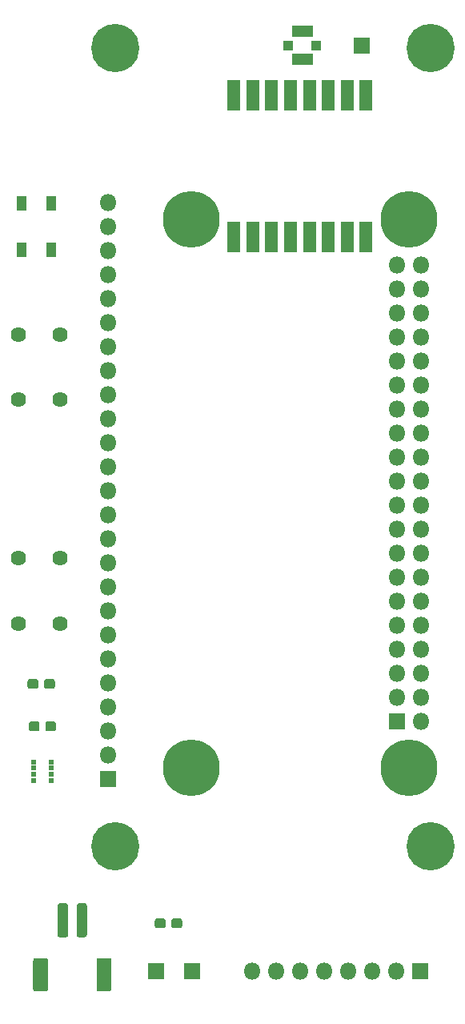
<source format=gts>
G04 #@! TF.GenerationSoftware,KiCad,Pcbnew,(5.99.0-1124-gd78759612)*
G04 #@! TF.CreationDate,2020-05-27T21:00:59-04:00*
G04 #@! TF.ProjectId,bastion-hat,62617374-696f-46e2-9d68-61742e6b6963,rev?*
G04 #@! TF.SameCoordinates,Original*
G04 #@! TF.FileFunction,Soldermask,Top*
G04 #@! TF.FilePolarity,Negative*
%FSLAX46Y46*%
G04 Gerber Fmt 4.6, Leading zero omitted, Abs format (unit mm)*
G04 Created by KiCad (PCBNEW (5.99.0-1124-gd78759612)) date 2020-05-27 21:00:59*
%MOMM*%
%LPD*%
G01*
G04 APERTURE LIST*
%ADD10C,6.000000*%
%ADD11O,1.800000X1.800000*%
%ADD12R,1.800000X1.800000*%
%ADD13C,5.100000*%
%ADD14R,0.590000X0.550000*%
%ADD15R,1.402080X3.202940*%
%ADD16C,1.624000*%
%ADD17R,1.100000X1.100000*%
%ADD18R,2.300000X1.150000*%
%ADD19R,1.100000X1.600000*%
G04 APERTURE END LIST*
D10*
X157520000Y-72870000D03*
X134520000Y-130870000D03*
X134520000Y-72870000D03*
X157520000Y-130870000D03*
D11*
X158790000Y-77740000D03*
X156250000Y-77740000D03*
X158790000Y-95520000D03*
X156250000Y-95520000D03*
X158790000Y-100600000D03*
X156250000Y-100600000D03*
X158790000Y-90440000D03*
X156250000Y-90440000D03*
X158790000Y-118380000D03*
X156250000Y-118380000D03*
X158790000Y-87900000D03*
X156250000Y-87900000D03*
X158790000Y-105680000D03*
X156250000Y-105680000D03*
X158790000Y-82820000D03*
X156250000Y-82820000D03*
X158790000Y-85360000D03*
X156250000Y-85360000D03*
X158790000Y-80280000D03*
X156250000Y-80280000D03*
X158790000Y-103140000D03*
X156250000Y-103140000D03*
X158790000Y-115840000D03*
X156250000Y-115840000D03*
X158790000Y-110760000D03*
X156250000Y-110760000D03*
X158790000Y-92980000D03*
X156250000Y-92980000D03*
X158790000Y-113300000D03*
X156250000Y-113300000D03*
X158790000Y-98060000D03*
X156250000Y-98060000D03*
D12*
X156250000Y-126000000D03*
D11*
X158790000Y-126000000D03*
X156250000Y-120920000D03*
X158790000Y-123460000D03*
X158790000Y-108220000D03*
X156250000Y-108220000D03*
X156250000Y-123460000D03*
X158790000Y-120920000D03*
D13*
X126480000Y-139205000D03*
X159780000Y-139205000D03*
X159780000Y-54805000D03*
X126480000Y-54805000D03*
D14*
X117780000Y-132225000D03*
X117780000Y-130275000D03*
X117780000Y-130925000D03*
X117780000Y-131575000D03*
X119720000Y-132225000D03*
X119720000Y-130275000D03*
X119720000Y-130925000D03*
X119720000Y-131575000D03*
D11*
X140970000Y-152400000D03*
X143510000Y-152400000D03*
X146050000Y-152400000D03*
X148590000Y-152400000D03*
X151130000Y-152400000D03*
X153670000Y-152400000D03*
X156210000Y-152400000D03*
D12*
X158750000Y-152400000D03*
D15*
X139002300Y-59751920D03*
X141001280Y-59751920D03*
X143000260Y-59751920D03*
X145001780Y-59751920D03*
X146998220Y-59751920D03*
X148999740Y-59751920D03*
X150998720Y-59751920D03*
X152997700Y-59751920D03*
X152997700Y-74748080D03*
X150998720Y-74748080D03*
X148999740Y-74748080D03*
X146998220Y-74748080D03*
X145001780Y-74748080D03*
X143000260Y-74748080D03*
X141001280Y-74748080D03*
X139002300Y-74748080D03*
D16*
X116250000Y-91990000D03*
X116250000Y-85090000D03*
X120650000Y-91990000D03*
X120650000Y-85090000D03*
X116250000Y-115650000D03*
X116250000Y-108750000D03*
X120650000Y-115650000D03*
X120650000Y-108750000D03*
G36*
X119912954Y-121494982D02*
G01*
X119998116Y-121551884D01*
X120055018Y-121637046D01*
X120075000Y-121737500D01*
X120075000Y-122262500D01*
X120055018Y-122362954D01*
X119998116Y-122448116D01*
X119912954Y-122505018D01*
X119812500Y-122525000D01*
X119187500Y-122525000D01*
X119087046Y-122505018D01*
X119001884Y-122448116D01*
X118944982Y-122362954D01*
X118925000Y-122262500D01*
X118925000Y-121737500D01*
X118944982Y-121637046D01*
X119001884Y-121551884D01*
X119087046Y-121494982D01*
X119187500Y-121475000D01*
X119812500Y-121475000D01*
X119912954Y-121494982D01*
G37*
G36*
X118162954Y-121494982D02*
G01*
X118248116Y-121551884D01*
X118305018Y-121637046D01*
X118325000Y-121737500D01*
X118325000Y-122262500D01*
X118305018Y-122362954D01*
X118248116Y-122448116D01*
X118162954Y-122505018D01*
X118062500Y-122525000D01*
X117437500Y-122525000D01*
X117337046Y-122505018D01*
X117251884Y-122448116D01*
X117194982Y-122362954D01*
X117175000Y-122262500D01*
X117175000Y-121737500D01*
X117194982Y-121637046D01*
X117251884Y-121551884D01*
X117337046Y-121494982D01*
X117437500Y-121475000D01*
X118062500Y-121475000D01*
X118162954Y-121494982D01*
G37*
G36*
X118287954Y-125994982D02*
G01*
X118373116Y-126051884D01*
X118430018Y-126137046D01*
X118450000Y-126237500D01*
X118450000Y-126762500D01*
X118430018Y-126862954D01*
X118373116Y-126948116D01*
X118287954Y-127005018D01*
X118187500Y-127025000D01*
X117562500Y-127025000D01*
X117462046Y-127005018D01*
X117376884Y-126948116D01*
X117319982Y-126862954D01*
X117300000Y-126762500D01*
X117300000Y-126237500D01*
X117319982Y-126137046D01*
X117376884Y-126051884D01*
X117462046Y-125994982D01*
X117562500Y-125975000D01*
X118187500Y-125975000D01*
X118287954Y-125994982D01*
G37*
G36*
X120037954Y-125994982D02*
G01*
X120123116Y-126051884D01*
X120180018Y-126137046D01*
X120200000Y-126237500D01*
X120200000Y-126762500D01*
X120180018Y-126862954D01*
X120123116Y-126948116D01*
X120037954Y-127005018D01*
X119937500Y-127025000D01*
X119312500Y-127025000D01*
X119212046Y-127005018D01*
X119126884Y-126948116D01*
X119069982Y-126862954D01*
X119050000Y-126762500D01*
X119050000Y-126237500D01*
X119069982Y-126137046D01*
X119126884Y-126051884D01*
X119212046Y-125994982D01*
X119312500Y-125975000D01*
X119937500Y-125975000D01*
X120037954Y-125994982D01*
G37*
D11*
X125730000Y-71120000D03*
X125730000Y-73660000D03*
X125730000Y-76200000D03*
X125730000Y-78740000D03*
X125730000Y-81280000D03*
X125730000Y-83820000D03*
X125730000Y-86360000D03*
X125730000Y-88900000D03*
X125730000Y-91440000D03*
X125730000Y-93980000D03*
X125730000Y-96520000D03*
X125730000Y-99060000D03*
X125730000Y-101600000D03*
X125730000Y-104140000D03*
X125730000Y-106680000D03*
X125730000Y-109220000D03*
X125730000Y-111760000D03*
X125730000Y-114300000D03*
X125730000Y-116840000D03*
X125730000Y-119380000D03*
X125730000Y-121920000D03*
X125730000Y-124460000D03*
X125730000Y-127000000D03*
X125730000Y-129540000D03*
D12*
X125730000Y-132080000D03*
X130810000Y-152400000D03*
G36*
X125905382Y-151030299D02*
G01*
X125991895Y-151088105D01*
X126049701Y-151174618D01*
X126070000Y-151276667D01*
X126070000Y-154243333D01*
X126049701Y-154345382D01*
X125991895Y-154431895D01*
X125905382Y-154489701D01*
X125803333Y-154510000D01*
X124736667Y-154510000D01*
X124634618Y-154489701D01*
X124548105Y-154431895D01*
X124490299Y-154345382D01*
X124470000Y-154243333D01*
X124470000Y-151276667D01*
X124490299Y-151174618D01*
X124548105Y-151088105D01*
X124634618Y-151030299D01*
X124736667Y-151010000D01*
X125803333Y-151010000D01*
X125905382Y-151030299D01*
G37*
G36*
X119205382Y-151030299D02*
G01*
X119291895Y-151088105D01*
X119349701Y-151174618D01*
X119370000Y-151276667D01*
X119370000Y-154243333D01*
X119349701Y-154345382D01*
X119291895Y-154431895D01*
X119205382Y-154489701D01*
X119103333Y-154510000D01*
X118036667Y-154510000D01*
X117934618Y-154489701D01*
X117848105Y-154431895D01*
X117790299Y-154345382D01*
X117770000Y-154243333D01*
X117770000Y-151276667D01*
X117790299Y-151174618D01*
X117848105Y-151088105D01*
X117934618Y-151030299D01*
X118036667Y-151010000D01*
X119103333Y-151010000D01*
X119205382Y-151030299D01*
G37*
G36*
X123300238Y-145230933D02*
G01*
X123389454Y-145290546D01*
X123449067Y-145379762D01*
X123470000Y-145485000D01*
X123470000Y-148535000D01*
X123449067Y-148640238D01*
X123389454Y-148729454D01*
X123300238Y-148789067D01*
X123195000Y-148810000D01*
X122645000Y-148810000D01*
X122539762Y-148789067D01*
X122450546Y-148729454D01*
X122390933Y-148640238D01*
X122370000Y-148535000D01*
X122370000Y-145485000D01*
X122390933Y-145379762D01*
X122450546Y-145290546D01*
X122539762Y-145230933D01*
X122645000Y-145210000D01*
X123195000Y-145210000D01*
X123300238Y-145230933D01*
G37*
G36*
X121300238Y-145230933D02*
G01*
X121389454Y-145290546D01*
X121449067Y-145379762D01*
X121470000Y-145485000D01*
X121470000Y-148535000D01*
X121449067Y-148640238D01*
X121389454Y-148729454D01*
X121300238Y-148789067D01*
X121195000Y-148810000D01*
X120645000Y-148810000D01*
X120539762Y-148789067D01*
X120450546Y-148729454D01*
X120390933Y-148640238D01*
X120370000Y-148535000D01*
X120370000Y-145485000D01*
X120390933Y-145379762D01*
X120450546Y-145290546D01*
X120539762Y-145230933D01*
X120645000Y-145210000D01*
X121195000Y-145210000D01*
X121300238Y-145230933D01*
G37*
X134620000Y-152400000D03*
D17*
X147750000Y-54500000D03*
X144750000Y-54500000D03*
D18*
X146250000Y-53025000D03*
X146250000Y-55975000D03*
D12*
X152500000Y-54500000D03*
D19*
X116510000Y-76110000D03*
X119710000Y-76110000D03*
X116510000Y-71210000D03*
X119710000Y-71210000D03*
G36*
X131617954Y-146814982D02*
G01*
X131703116Y-146871884D01*
X131760018Y-146957046D01*
X131780000Y-147057500D01*
X131780000Y-147582500D01*
X131760018Y-147682954D01*
X131703116Y-147768116D01*
X131617954Y-147825018D01*
X131517500Y-147845000D01*
X130892500Y-147845000D01*
X130792046Y-147825018D01*
X130706884Y-147768116D01*
X130649982Y-147682954D01*
X130630000Y-147582500D01*
X130630000Y-147057500D01*
X130649982Y-146957046D01*
X130706884Y-146871884D01*
X130792046Y-146814982D01*
X130892500Y-146795000D01*
X131517500Y-146795000D01*
X131617954Y-146814982D01*
G37*
G36*
X133367954Y-146814982D02*
G01*
X133453116Y-146871884D01*
X133510018Y-146957046D01*
X133530000Y-147057500D01*
X133530000Y-147582500D01*
X133510018Y-147682954D01*
X133453116Y-147768116D01*
X133367954Y-147825018D01*
X133267500Y-147845000D01*
X132642500Y-147845000D01*
X132542046Y-147825018D01*
X132456884Y-147768116D01*
X132399982Y-147682954D01*
X132380000Y-147582500D01*
X132380000Y-147057500D01*
X132399982Y-146957046D01*
X132456884Y-146871884D01*
X132542046Y-146814982D01*
X132642500Y-146795000D01*
X133267500Y-146795000D01*
X133367954Y-146814982D01*
G37*
M02*

</source>
